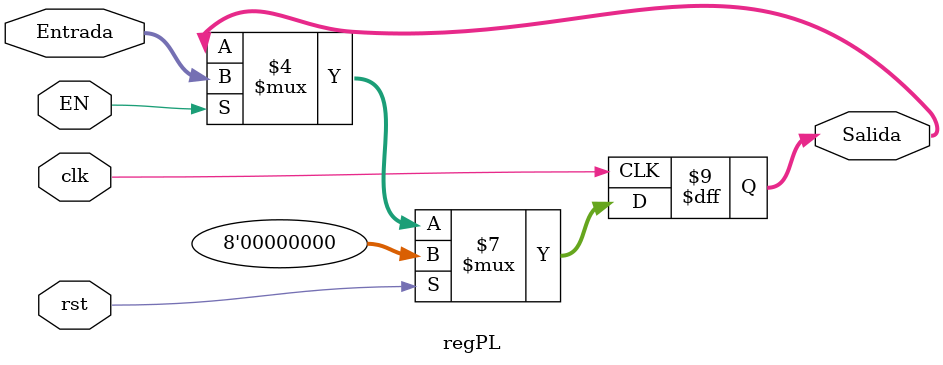
<source format=v>
module regPL #(parameter ANCHO=8)(
input [ANCHO-1:0] Entrada,
input EN,clk,rst,
output reg [ANCHO-1:0] Salida

);


always @(posedge clk) begin
    if (rst==1) Salida <=0;
    else if (EN==1) begin
        Salida<=Entrada;
    end

end

endmodule
</source>
